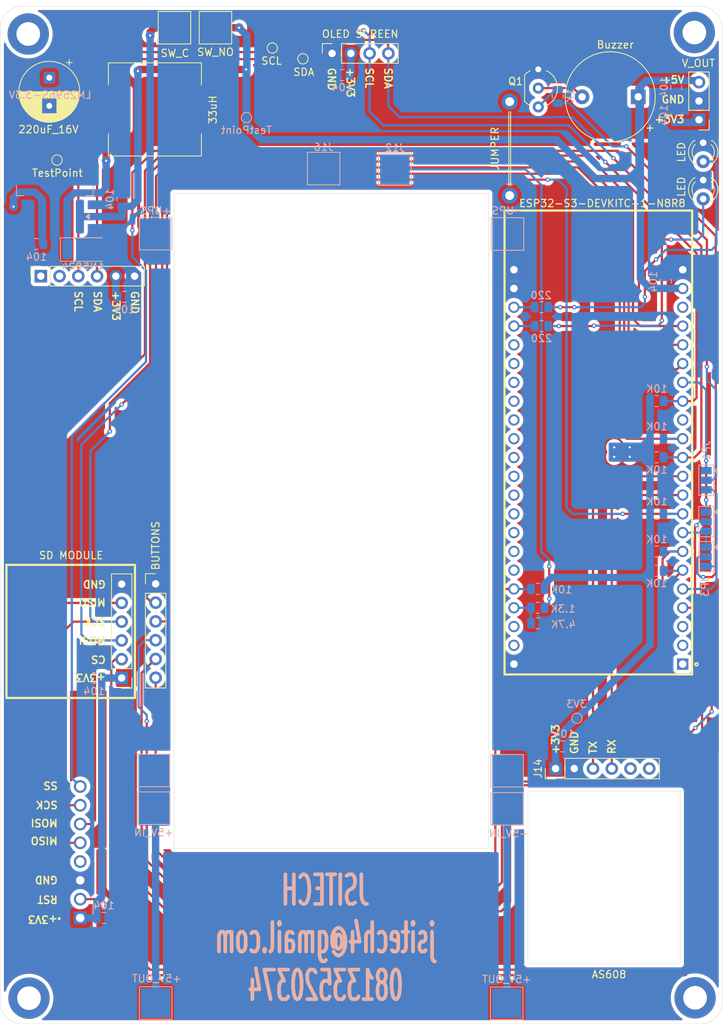
<source format=kicad_pcb>
(kicad_pcb (version 20241229) (generator "pcbnew") (generator_version "9.0")
  (layers (0 "F.Cu" signal) (2 "B.Cu" signal) (13 "F.Paste" user) (15 "B.Paste" user) (5 "F.SilkS" user "F.Silkscreen") (7 "B.SilkS" user "B.Silkscreen") (1 "F.Mask" user) (3 "B.Mask" user) (25 "Edge.Cuts" user))
  (net 0 "")
  (net 1 "GND")
  (net 2 "+3.3V")
  (net 3 "+5V")
  (net 4 "Net-(D1-A)")
  (net 5 "Net-(D2-K)")
  (net 6 "/SCL")
  (net 7 "/SDA")
  (net 8 "Net-(D3-A)")
  (net 10 "/TX")
  (net 11 "/RX")
  (net 12 "/SHARED_MOSI")
  (net 13 "/SD CARD CS")
  (net 14 "/SHARED_SCK")
  (net 15 "/SHARED_MISO")
  (net 16 "/BTN3")
  (net 17 "/BTN2")
  (net 18 "/BTN1")
  (net 19 "/BTN4")
  (net 20 "/BTN5")
  (net 21 "/CS3")
  (net 22 "/RC522 SS")
  (net 23 "/CS1")
  (net 24 "/CS2")
  (net 25 "/RC522 RST")
  (net 27 "Net-(J4-Pin_1)")
  (net 30 "Net-(U1-USB_D-{slash}GPIO19)")
  (net 31 "Net-(U1-USB_D+{slash}GPIO20)")
  (net 32 "Net-(U1-GPIO1)")
  (net 49 "Net-(J3-Pin_1)")
  (net 55 "Net-(J12-Pin_1)")
  (net 56 "Net-(J17-Pin_1)")
  (net 57 "Net-(BZ1--)")
  (net 58 "Net-(JP3-B)")
  (net 59 "Net-(Q1-B)")
  (footprint "MountingHole:MountingHole_3.2mm_M3_DIN965_Pad" (layer "F.Cu") (at 167.1025 161.7)
    (property "Reference" "REF**" (hide yes))
    (property "Value" "MountingHole_3.2mm_M3_DIN965_Pad" (hide yes))
  )
  (footprint "MountingHole:MountingHole_3.2mm_M3_DIN965_Pad" (layer "F.Cu") (at 167.0025 31.15)
    (property "Reference" "REF**" (hide yes))
    (property "Value" "MountingHole_3.2mm_M3_DIN965_Pad" (hide yes))
  )
  (footprint "Capacitor_THT:CP_Radial_D8.0mm_P3.80mm" (layer "F.Cu") (at 79.6525 37.2675 -90)
    (property "Reference" "C6" (hide yes))
    (property "Value" "220uF_16V")
  )
  (footprint "LED_THT:LED_D3.0mm" (layer "F.Cu") (at 168.2 51.11 -90)
    (property "Reference" "D3" (hide yes))
    (property "Value" "LED")
  )
  (footprint "Footprint:RC522 RFID" (layer "F.Cu") (at 111.6 142.45 90)
    (property "Reference" "U3" (hide yes))
    (property "Value" "RC522" (hide yes))
  )
  (footprint "MountingHole:MountingHole_3.2mm_M3_DIN965_Pad" (layer "F.Cu") (at 76.8025 31.35)
    (property "Reference" "REF**" (hide yes))
    (property "Value" "MountingHole_3.2mm_M3_DIN965_Pad" (hide yes))
  )
  (footprint "MountingHole:MountingHole_3.2mm_M3_DIN965_Pad" (layer "F.Cu") (at 76.9025 161.75)
    (property "Reference" "REF**" (hide yes))
    (property "Value" "MountingHole_3.2mm_M3_DIN965_Pad" (hide yes))
  )
  (footprint "TestPoint:TestPoint_Pad_D1.0mm" (layer "F.Cu") (at 114 34.7025)
    (property "Reference" "SDA1" (hide yes))
    (property "Value" "SDA")
  )
  (footprint "TestPoint:TestPoint_Pad_4.0x4.0mm" (layer "F.Cu") (at 102.1525 30.5)
    (property "Reference" "J18" (hide yes))
    (property "Value" "SW_NO")
  )
  (footprint "Connector_PinSocket_2.54mm:PinSocket_1x04_P2.54mm_Vertical" (layer "F.Cu") (at 117.95 33.975 90)
    (property "Reference" "J2" (hide yes))
    (property "Value" "OLED SCREEN")
  )
  (footprint "Package_TO_SOT_THT:TO-92_Inline_Wide" (layer "F.Cu") (at 145.87 36.13 -90)
    (property "Reference" "Q1")
    (property "Value" "2SC1815")
  )
  (footprint "Connector_PinSocket_2.54mm:PinSocket_1x06_P2.54mm_Vertical" (layer "F.Cu") (at 78.5 64.1 90)
    (property "Reference" "J1" (hide yes))
    (property "Value" "RTC")
  )
  (footprint "Connector_PinHeader_2.54mm:PinHeader_1x03_P2.54mm_Vertical" (layer "F.Cu") (at 167.63 42.95 180)
    (property "Reference" "J11" (hide yes))
    (property "Value" "V_OUT")
  )
  (footprint "LED_THT:LED_D3.0mm" (layer "F.Cu") (at 168.2 46.06 -90)
    (property "Reference" "D1" (hide yes))
    (property "Value" "LED")
  )
  (footprint "Connector_PinHeader_2.54mm:PinHeader_1x06_P2.54mm_Vertical" (layer "F.Cu") (at 148.2 130.7 90)
    (property "Reference" "J14")
    (property "Value" "AS608")
  )
  (footprint "Connector_PinHeader_2.54mm:PinHeader_1x06_P2.54mm_Vertical" (layer "F.Cu") (at 89.45 118.45 180)
    (property "Reference" "J15" (hide yes))
    (property "Value" "SD MODULE")
  )
  (footprint "TestPoint:TestPoint_Pad_D1.0mm" (layer "F.Cu") (at 109.8525 33.25)
    (property "Reference" "SCL1" (hide yes))
    (property "Value" "SCL")
  )
  (footprint "PCM_Jumper_AKL:Jumper_P12.70mm_D1.2mm" (layer "F.Cu") (at 142 53.2 90)
    (property "Reference" "REF**" (hide yes))
    (property "Value" "JUMPER")
  )
  (footprint "Inductor_SMD:L_12x12mm_H4.5mm" (layer "F.Cu") (at 93.95 41.55)
    (property "Reference" "L1" (hide yes))
    (property "Value" "33uH")
  )
  (footprint "TestPoint:TestPoint_Pad_D1.0mm" (layer "F.Cu") (at 80.7025 48.4)
    (property "Reference" "3.3V5" (hide yes))
    (property "Value" "TestPoint")
  )
  (footprint "Buzzer_Beeper:Buzzer_12x9.5RM7.6" (layer "F.Cu") (at 159.4025 39.85 180)
    (property "Reference" "BZ1" (hide yes))
    (property "Value" "Buzzer")
  )
  (footprint "Connector_PinHeader_2.54mm:PinHeader_1x06_P2.54mm_Vertical" (layer "F.Cu") (at 94.05 105.72)
    (property "Reference" "J13" (hide yes))
    (property "Value" "BUTTONS")
  )
  (footprint "TestPoint:TestPoint_Pad_4.0x4.0mm" (layer "F.Cu") (at 96.6025 30.5)
    (property "Reference" "J17" (hide yes))
    (property "Value" "SW_C")
  )
  (footprint "Footprint:ESP32-S3-DEVKITC" (layer "F.Cu") (at 154 86.6 180)
    (property "Reference" "U1" (hide yes))
    (property "Value" "ESP32-S3-DEVKITC-1-N8R8")
  )
  (footprint "Capacitor_SMD:C_0805_2012Metric" (layer "B.Cu") (at 163.15 64.8 90)
    (property "Reference" "C3" (hide yes))
    (property "Value" "104")
  )
  (footprint "Resistor_SMD:R_0805_2012Metric" (layer "B.Cu") (at 161.9125 103.95)
    (property "Reference" "R10" (hide yes))
    (property "Value" "10K")
  )
  (footprint "Resistor_SMD:R_0805_2012Metric" (layer "B.Cu") (at 161.9125 96.25)
    (property "Reference" "R8" (hide yes))
    (property "Value" "10K")
  )
  (footprint "TestPoint:TestPoint_Pad_D1.0mm" (layer "B.Cu") (at 151.1025 123.9 180)
    (property "Reference" "3.3V2" (hide yes))
    (property "Value" "3V3")
  )
  (footprint "Capacitor_SMD:C_0805_2012Metric" (layer "B.Cu") (at 89.55 53.7 90)
    (property "Reference" "C4" (hide yes))
    (property "Value" "104")
  )
  (footprint "Resistor_SMD:R_0805_2012Metric" (layer "B.Cu") (at 146.3 68.3 180)
    (property "Reference" "R3" (hide yes))
    (property "Value" "220")
  )
  (footprint "Capacitor_SMD:C_0805_2012Metric" (layer "B.Cu") (at 85.8 118.45 180)
    (property "Reference" "C11" (hide yes))
    (property "Value" "104")
  )
  (footprint "TestPoint:TestPoint_Pad_D1.0mm" (layer "B.Cu") (at 106.3525 42.65 180)
    (property "Reference" "5V1" (hide yes))
    (property "Value" "TestPoint")
  )
  (footprint "Capacitor_SMD:C_0805_2012Metric" (layer "B.Cu") (at 164.55 42.35 90)
    (property "Reference" "C5" (hide yes))
    (property "Value" "104")
  )
  (footprint "Capacitor_SMD:C_0805_2012Metric" (layer "B.Cu") (at 149.15 127.7)
    (property "Reference" "C10" (hide yes))
    (property "Value" "104")
  )
  (footprint "Capacitor_SMD:C_0805_2012Metric" (layer "B.Cu") (at 119.3 36.9 180)
    (property "Reference" "C1" (hide yes))
    (property "Value" "104")
  )
  (footprint "Capacitor_SMD:C_0805_2012Metric" (layer "B.Cu") (at 87.05 150.9)
    (property "Reference" "C9" (hide yes))
    (property "Value" "104")
  )
  (footprint "Resistor_SMD:R_0805_2012Metric" (layer "B.Cu") (at 146.3 70.85 180)
    (property "Reference" "R4" (hide yes))
    (property "Value" "220")
  )
  (footprint "TestPoint:TestPoint_Pad_4.0x4.0mm" (layer "B.Cu") (at 141.65 136.15 180)
    (property "Reference" "J6" (hide yes))
    (property "Value" "-5V_IN")
  )
  (footprint "Package_TO_SOT_SMD:TO-263-5_TabPin3" (layer "B.Cu") (at 80.4 48.4 90)
    (property "Reference" "U2" (hide yes))
    (property "Value" "LM2596S-3.3V")
  )
  (footprint "TestPoint:TestPoint_Pad_4.0x4.0mm" (layer "B.Cu") (at 141.6 162.45 180)
    (property "Reference" "J4" (hide yes))
    (property "Value" "+5V_OUT")
  )
  (footprint "TestPoint:TestPoint_Pad_4.0x4.0mm" (layer "B.Cu") (at 141.6525 131 180)
    (property "Reference" "J6" (hide yes))
    (property "Value" "-5V_IN")
  )
  (footprint "Capacitor_SMD:C_0805_2012Metric" (layer "B.Cu") (at 164.55 38.6 -90)
    (property "Reference" "C7" (hide yes))
    (property "Value" "104")
  )
  (footprint "Jumper:SolderJumper-3_P1.3mm_Open_Pad1.0x1.5mm" (layer "B.Cu") (at 168.6025 102.05 -90)
    (property "Reference" "JP3")
    (property "Value" "~")
  )
  (footprint "TestPoint:TestPoint_Pad_4.0x4.0mm" (layer "B.Cu") (at 93.8 136.06 180)
    (property "Reference" "J5" (hide yes))
    (property "Value" "+5V_IN")
  )
  (footprint "TestPoint:TestPoint_Pad_4.0x4.0mm" (layer "B.Cu") (at 116.8 49.55 180)
    (property "Reference" "J16")
    (property "Value" "-BATT")
  )
  (footprint "Jumper:SolderJumper-3_P1.3mm_Open_Pad1.0x1.5mm" (layer "B.Cu") (at 168.6 97.3 -90)
    (property "Reference" "JP2" (hide yes))
    (property "Value" "~")
  )
  (footprint "Capacitor_SMD:C_0805_2012Metric" (layer "B.Cu") (at 89.85 66.9)
    (property "Reference" "C2" (hide yes))
    (property "Value" "104")
  )
  (footprint "TestPoint:TestPoint_Pad_4.0x4.0mm" (layer "B.Cu") (at 141.7 58.4 180)
    (property "Reference" "J10" (hide yes))
    (property "Value" "-UPS")
  )
  (footprint "Resistor_SMD:R_0805_2012Metric" (layer "B.Cu") (at 148.5025 39.8 90)
    (property "Reference" "R12" (hide yes))
    (property "Value" "1K")
  )
  (footprint "TestPoint:TestPoint_Pad_4.0x4.0mm" (layer "B.Cu") (at 126.45 49.65 180)
    (property "Reference" "J12")
    (property "Value" "+BATT")
  )
  (footprint "Resistor_SMD:R_0805_2012Metric" (layer "B.Cu") (at 161.9125 81)
    (property "Reference" "R2" (hide yes))
    (property "Value" "10K")
  )
  (footprint "TestPoint:TestPoint_Pad_4.0x4.0mm" (layer "B.Cu") (at 93.76 130.95 180)
    (property "Reference" "J5" (hide yes))
    (property "Value" "+5V_IN")
  )
  (footprint "Resistor_SMD:R_0805_2012Metric" (layer "B.Cu") (at 161.9125 86.1)
    (property "Reference" "R7" (hide yes))
    (property "Value" "10K")
  )
  (footprint "Jumper:SolderJumper-3_P1.3mm_Open_Pad1.0x1.5mm" (layer "B.Cu") (at 168.6 91.7 -90)
    (property "Reference" "JP1")
    (property "Value" "~")
  )
  (footprint "Resistor_SMD:R_0805_2012Metric" (layer "B.Cu") (at 145.8 108.95 180)
    (property "Reference" "R5" (hide yes))
    (property "Value" "1.3K")
  )
  (footprint "TestPoint:TestPoint_Pad_4.0x4.0mm" (layer "B.Cu") (at 94.05 162.4 180)
    (property "Reference" "J3" (hide yes))
    (property "Value" "+5V_OUT")
  )
  (footprint "Resistor_SMD:R_0805_2012Metric" (layer "B.Cu") (at 161.9125 101.35)
    (property "Reference" "R9" (hide yes))
    (property "Value" "10K")
  )
  (footprint "Resistor_SMD:R_0805_2012Metric" (layer "B.Cu") (at 145.8 106.4 180)
    (property "Reference" "R11" (hide yes))
    (property "Value" "10K")
  )
  (footprint "TestPoint:TestPoint_Pad_4.0x4.0mm" (layer "B.Cu") (at 94.05 58.35 180)
    (property "Reference" "J9" (hide yes))
    (property "Value" "+UPS")
  )
  (footprint "Resistor_SMD:R_0805_2012Metric" (layer "B.Cu") (at 161.9125 88.6)
    (property "Reference" "R1" (hide yes))
    (property "Value" "10K")
  )
  (footprint "Diode_SMD:D_2010_5025Metric" (layer "B.Cu") (at 84.35 60.5)
    (property "Reference" "D2" (hide yes))
    (property "Value" "1N5824")
  )
  (footprint "Capacitor_SMD:C_0805_2012Metric" (layer "B.Cu") (at 77.9 59.75 180)
    (property "Reference" "C8" (hide yes))
    (property "Value" "104")
  )
  (footprint "Resistor_SMD:R_0805_2012Metric" (layer "B.Cu") (at 145.8 111.05)
    (property "Reference" "R6" (hide yes))
    (property "Value" "4.7K")
  )
  (gr_rect (start 73.85 103.15) (end 91.25 121.15) (stroke (width 0.3)) (fill no) (layer "F.SilkS"))
  (gr_line (start 73 162.23) (end 73 30.61) (stroke (width 0.05)) (layer "Edge.Cuts"))
  (gr_line (start 167.81 165.23) (end 76 165.23) (stroke (width 0.05)) (layer "Edge.Cuts"))
  (gr_arc (start 73 30.61) (mid 73.87868 28.48868) (end 76 27.61) (stroke (width 0.05)) (layer "Edge.Cuts"))
  (gr_rect (start 144.46 133.7675) (end 165.09 157.091875) (stroke (width 0.05)) (fill no) (layer "Edge.Cuts"))
  (gr_arc (start 167.81 27.61) (mid 169.93132 28.48868) (end 170.81 30.61) (stroke (width 0.05)) (layer "Edge.Cuts"))
  (gr_arc (start 170.81 162.23) (mid 169.93132 164.35132) (end 167.81 165.23) (stroke (width 0.05)) (layer "Edge.Cuts"))
  (gr_rect (start 96.55 52.9) (end 139.15 141.5) (stroke (width 0.05)) (fill no) (layer "Edge.Cuts"))
  (gr_arc (start 76 165.23) (mid 73.87868 164.35132) (end 73 162.23) (stroke (width 0.05)) (layer "Edge.Cuts"))
  (gr_line (start 170.81 30.61) (end 170.81 162.23) (stroke (width 0.05)) (layer "Edge.Cuts"))
  (gr_line (start 76 27.61) (end 167.81 27.61) (stroke (width 0.05)) (layer "Edge.Cuts"))
  (gr_text "GND" (at 87.4025 105.15 180) (layer "F.SilkS") (effects (font (size 1 1) (thickness 0.2) (bold yes)) (justify left bottom)))
  (gr_text "MOSI" (at 87.4025 112.75 180) (layer "F.SilkS") (effects (font (size 1 1) (thickness 0.2) (bold yes)) (justify left bottom)))
  (gr_text "RX" (at 156.4025 128.85 90) (layer "F.SilkS") (effects (font (size 1 1) (thickness 0.2) (bold yes)) (justify left bottom)))
  (gr_text "SDA" (at 85.6025 66 270) (layer "F.SilkS") (effects (font (size 1 1) (thickness 0.2) (bold yes)) (justify left bottom)))
  (gr_text "SCL" (at 83.0025 66 270) (layer "F.SilkS") (effects (font (size 1 1) (thickness 0.2) (bold yes)) (justify left bottom)))
  (gr_text "+3V3" (at 161.500119 43.475 0) (layer "F.SilkS") (effects (font (size 1 1) (thickness 0.2) (bold yes)) (justify left bottom)))
  (gr_text "MOSI" (at 80.9025 137.45 180) (layer "F.SilkS") (effects (font (size 1 1) (thickness 0.2) (bold yes)) (justify left bottom)))
  (gr_text "RST" (at 80.9025 147.8 180) (layer "F.SilkS") (effects (font (size 1 1) (thickness 0.2) (bold yes)) (justify left bottom)))
  (gr_text "SCK" (at 80.9025 135 180) (layer "F.SilkS") (effects (font (size 1 1) (thickness 0.2) (bold yes)) (justify left bottom)))
  (gr_text "+3V3" (at 80.9025 150.5 180) (layer "F.SilkS") (effects (font (size 1 1) (thickness 0.2) (bold yes)) (justify left bottom)))
  (gr_text "MISO" (at 80.9025 139.85 180) (layer "F.SilkS") (effects (font (size 1 1) (thickness 0.2) (bold yes)) (justify left bottom)))
  (gr_text "SDA" (at 124.9525 35.8 270) (layer "F.SilkS") (effects (font (size 1 1) (thickness 0.2) (bold yes)) (justify left bottom)))
  (gr_text "GND" (at 80.9025 145.15 180) (layer "F.SilkS") (effects (font (size 1 1) (thickness 0.2) (bold yes)) (justify left bottom)))
  (gr_text "+3V3" (at 148.8025 128.85 90) (layer "F.SilkS") (effects (font (size 1 1) (thickness 0.2) (bold yes)) (justify left bottom)))
  (gr_text "SCK" (at 87.4025 110.2 180) (layer "F.SilkS") (effects (font (size 1 1) (thickness 0.2) (bold yes)) (justify left bottom)))
  (gr_text "+3V3" (at 119.8525 35.8 270) (layer "F.SilkS") (effects (font (size 1 1) (thickness 0.2) (bold yes)) (justify left bottom)))
  (gr_text "+5V" (at 162.4525 38.125 0) (layer "F.SilkS") (effects (font (size 1 1) (thickness 0.2) (bold yes)) (justify left bottom)))
  (gr_text "+3V3" (at 87.4025 117.8 180) (layer "F.SilkS") (effects (font (size 1 1) (thickness 0.2) (bold yes)) (justify left bottom)))
  (gr_text "CS" (at 87.4025 115.35 180) (layer "F.SilkS") (effects (font (size 1 1) (thickness 0.2) (bold yes)) (justify left bottom)))
  (gr_text "SS" (at 80.9025 132.4 180) (layer "F.SilkS") (effects (font (size 1 1) (thickness 0.2) (bold yes)) (justify left bottom)))
  (gr_text "GND" (at 117.3025 35.8 270) (layer "F.SilkS") (effects (font (size 1 1) (thickness 0.2) (bold yes)) (justify left bottom)))
  (gr_text "SCL" (at 122.4025 35.8 270) (layer "F.SilkS") (effects (font (size 1 1) (thickness 0.2) (bold yes)) (justify left bottom)))
  (gr_text "+3V3" (at 88.1025 66 270) (layer "F.SilkS") (effects (font (size 1 1) (thickness 0.2) (bold yes)) (justify left bottom)))
  (gr_text "GND" (at 162.4525 40.8 0) (layer "F.SilkS") (effects (font (size 1 1) (thickness 0.2) (bold yes)) (justify left bottom)))
  (gr_text "MISO" (at 87.4025 107.6 180) (layer "F.SilkS") (effects (font (size 1 1) (thickness 0.2) (bold yes)) (justify left bottom)))
  (gr_text "TX" (at 153.869167 128.85 90) (layer "F.SilkS") (effects (font (size 1 1) (thickness 0.2) (bold yes)) (justify left bottom)))
  (gr_text "GND" (at 151.335833 128.85 90) (layer "F.SilkS") (effects (font (size 1 1) (thickness 0.2) (bold yes)) (justify left bottom)))
  (gr_text "GND" (at 90.6525 66 270) (layer "F.SilkS") (effects (font (size 1 1) (thickness 0.2) (bold yes)) (justify left bottom)))
  (gr_text "JSITECH\njsitech4@gmail.com\n08133520374" (at 117.0525 162.4 0) (layer "B.SilkS") (effects (font (size 4 2) (thickness 0.5) (bold yes)) (justify bottom mirror)))
  (segment (start 91.2 63.5475) (end 91.2 64.1) (width 1) (layer "B.Cu") (net 1))
  (segment (start 88.1525 60.5) (end 91.2 63.5475) (width 1) (layer "B.Cu") (net 1))
  (segment (start 86.6 60.5) (end 88.1525 60.5) (width 1) (layer "B.Cu") (net 1))
  (segment (start 87.6 67.2) (end 88.66 66.14) (width 1) (layer "F.Cu") (net 2))
  (segment (start 74.8 65.6) (end 76.4 67.2) (width 1) (layer "F.Cu") (net 2))
  (segment (start 76.4 67.2) (end 87.6 67.2) (width 1) (layer "F.Cu") (net 2))
  (segment (start 88.66 66.14) (end 88.66 64.1) (width 1) (layer "F.Cu") (net 2))
  (segment (start 98.9 41.55) (end 98.1 42.35) (width 1) (layer "F.Cu") (net 2))
  (segment (start 74.8 54.7) (end 74.8 65.6) (width 1) (layer "F.Cu") (net 2))
  (via (at 158.25 87.25) (size 1.2) (drill 0.3) (layers "F.Cu" "B.Cu") (net 2))
  (via (at 156.15 88.55) (size 1.2) (drill 0.3) (layers "F.Cu" "B.Cu") (net 2))
  (via (at 158.25 88.55) (size 1.2) (drill 0.3) (layers "F.Cu" "B.Cu") (net 2))
  (via (at 74.8 54.7) (size 1.2) (drill 0.3) (layers "F.Cu" "B.Cu") (net 2))
  (via (at 156.15 87.25) (size 1.2) (drill 0.3) (layers "F.Cu" "B.Cu") (net 2))
  (segment (start 161 86.1) (end 161 88.6) (width 1) (layer "B.Cu") (net 2))
  (segment (start 158.3 88.6) (end 158.25 88.55) (width 1) (layer "B.Cu") (net 2))
  (segment (start 167.28 43.3) (end 167.63 42.95) (width 1) (layer "B.Cu") (net 2))
  (segment (start 148.2 127.7) (end 148.2 126.7525) (width 1) (layer "B.Cu") (net 2))
  (segment (start 161 96.25) (end 161 101.35) (width 1) (layer "B.Cu") (net 2))
  (segment (start 120.49 33.975) (end 120.49 36.66) (width 1) (layer "B.Cu") (net 2))
  (segment (start 75.6 52.75) (end 74.8 53.55) (width 1) (layer "B.Cu") (net 2))
  (segment (start 158.25 88.55) (end 156.15 88.55) (width 1) (layer "B.Cu") (net 2))
  (segment (start 161 88.6) (end 158.3 88.6) (width 1) (layer "B.Cu") (net 2))
  (segment (start 161 105.7) (end 161 103.95) (width 1) (layer "B.Cu") (net 2))
  (segment (start 78.7 53.75) (end 77.7 52.75) (width 1) (layer "B.Cu") (net 2))
  (segment (start 147.65 104.85) (end 159.25 104.85) (width 1) (layer "B.Cu") (net 2))
  (segment (start 160.1 104.85) (end 161 103.95) (width 1) (layer "B.Cu") (net 2))
  (segment (start 86.1 148.7) (end 86.75 148.05) (width 1) (layer "B.Cu") (net 2))
  (segment (start 161 104.45) (end 161 103.9) (width 1) (layer "B.Cu") (net 2))
  (segment (start 161 81) (end 161 86.1) (width 1) (layer "B.Cu") (net 2))
  (segment (start 120.49 36.66) (end 120.25 36.9) (width 1) (layer "B.Cu") (net 2))
  (segment (start 86.75 118.45) (end 89.45 118.45) (width 1) (layer "B.Cu") (net 2))
  (segment (start 86.75 148.05) (end 86.75 118.45) (width 1) (layer "B.Cu") (net 2))
  (segment (start 159.25 104.85) (end 160.15 104.85) (width 1) (layer "B.Cu") (net 2))
  (segment (start 78.7 56.05) (end 78.7 53.75) (width 1) (layer "B.Cu") (net 2))
  (segment (start 156.15 87.25) (end 156.15 88.55) (width 1) (layer "B.Cu") (net 2))
  (segment (start 161 81) (end 161 80.4) (width 1) (layer "B.Cu") (net 2))
  (segment (start 146.7125 105.7875) (end 147.65 104.85) (width 1) (layer "B.Cu") (net 2))
  (segment (start 161 88.6) (end 161 96.25) (width 1) (layer "B.Cu") (net 2))
  (segment (start 148.2 126.7525) (end 161 113.9525) (width 1) (layer "B.Cu") (net 2))
  (segment (start 158.25 87.25) (end 158.25 88.55) (width 1) (layer "B.Cu") (net 2))
  (segment (start 161 101.35) (end 161 103.9) (width 1) (layer "B.Cu") (net 2))
  (segment (start 88.66 64.1) (end 88.66 66.66) (width 1) (layer "B.Cu") (net 2))
  (segment (start 146.7125 106.4) (end 146.7125 105.7875) (width 1) (layer "B.Cu") (net 2))
  (segment (start 148.2 130.7) (end 148.2 127.7) (width 1) (layer "B.Cu") (net 2))
  (segment (start 74.8 53.55) (end 74.8 54.7) (width 1) (layer "B.Cu") (net 2))
  (segment (start 159.25 104.85) (end 160.1 104.85) (width 1) (layer "B.Cu") (net 2))
  (segment (start 164.55 43.3) (end 167.28 43.3) (width 1) (layer "B.Cu") (net 2))
  (segment (start 161 103.9) (end 161 103.85) (width 1) (layer "B.Cu") (net 2))
  (segment (start 78.7 56.05) (end 78.7 59.6) (width 1) (layer "B.Cu") (net 2))
  (segment (start 86.1 150.9) (end 83.84 150.9) (width 1) (layer "B.Cu") (net 2))
  (segment (start 86.1 150.9) (end 86.1 148.7) (width 1) (layer "B.Cu") (net 2))
  (segment (start 77.7 52.75) (end 75.6 52.75) (width 1) (layer "B.Cu") (net 2))
  (segment (start 160.15 104.85) (end 161 105.7) (width 1) (layer "B.Cu") (net 2))
  (segment (start 161 113.9525) (end 161 105.7) (width 1) (layer "B.Cu") (net 2))
  (segment (start 160.6 104.85) (end 161 104.45) (width 1) (layer "B.Cu") (net 2))
  (segment (start 88.66 66.66) (end 88.9 66.9) (width 1) (layer "B.Cu") (net 2))
  (segment (start 78.7 59.6) (end 78.85 59.75) (width 1) (layer "B.Cu") (net 2))
  (segment (start 159.25 104.85) (end 160.6 104.85) (width 1) (layer "B.Cu") (net 2))
  (segment (start 105.35 30.5) (end 102.1525 30.5) (width 1) (layer "F.Cu") (net 3))
  (segment (start 91.8525 36.15) (end 106.3 36.15) (width 1) (layer "F.Cu") (net 3))
  (segment (start 91.6525 36.35) (end 91.8525 36.15) (width 1) (layer "F.Cu") (net 3))
  (via (at 91.6525 36.35) (size 1.2) (drill 0.3) (layers "F.Cu" "B.Cu") (net 3))
  (via (at 106.3 36.15) (size 1.2) (drill 0.3) (layers "F.Cu" "B.Cu") (net 3))
  (via (at 105.35 30.5) (size 1.2) (drill 0.3) (layers "F.Cu" "B.Cu") (net 3))
  (segment (start 159.5 50.8) (end 159.5 49.6) (width 1) (layer "B.Cu") (net 3))
  (segment (start 163.15 65.75) (end 161 65.75) (width 1) (layer "B.Cu") (net 3))
  (segment (start 157.15 50.9) (end 158.2 50.9) (width 1) (layer "B.Cu") (net 3))
  (segment (start 148.35 45.65) (end 153.6 50.9) (width 1) (layer "B.Cu") (net 3))
  (segment (start 159.7 53.95) (end 159.7 52) (width 1) (layer "B.Cu") (net 3))
  (segment (start 153.6 50.9) (end 157.15 50.9) (width 1) (layer "B.Cu") (net 3))
  (segment (start 159.6 50.9) (end 159.5 50.8) (width 1) (layer "B.Cu") (net 3))
  (segment (start 160.5 37.65) (end 162.45 37.65) (width 1) (layer "B.Cu") (net 3))
  (segment (start 91.6525 40.3475) (end 91.65 40.35) (width 1) (layer "B.Cu") (net 3))
  (segment (start 159.7 64.45) (end 159.7 58.082538) (width 1) (layer "B.Cu") (net 3))
  (segment (start 164.55 37.65) (end 167.41 37.65) (width 1) (layer "B.Cu") (net 3))
  (segment (start 159.7 52) (end 159.7 51) (width 1) (layer "B.Cu") (net 3))
  (segment (start 90.81375 54.65) (end 89.55 54.65) (width 1) (layer "B.Cu") (net 3))
  (segment (start 158.6 50.9) (end 159.7 52) (width 1) (layer "B.Cu") (net 3))
  (segment (start 105.35 30.5) (end 106.4 31.55) (width 1) (layer "B.Cu") (net 3))
  (segment (start 91.6525 36.35) (end 91.6525 40.3475) (width 1) (layer "B.Cu") (net 3))
  (segment (start 91.65 53.81375) (end 90.81375 54.65) (width 1) (layer "B.Cu") (net 3))
  (segment (start 106.4 43.65) (end 108.4 45.65) (width 1) (layer "B.Cu") (net 3))
  (segment (start 106.3 43.55) (end 106.4 43.65) (width 1) (layer "B.Cu") (net 3))
  (segment (start 89.55 54.65) (end 89.55 56.05) (width 1) (layer "B.Cu") (net 3))
  (segment (start 161 65.75) (end 159.7 64.45) (width 1) (layer "B.Cu") (net 3))
  (segment (start 91.65 40.35) (end 91.65 53.81375) (width 1) (layer "B.Cu") (net 3))
  (segment (start 106.3 36.15) (end 106.4 36.05) (width 1) (layer "B.Cu") (net 3))
  (segment (start 163.15 65.75) (end 165.41 65.75) (width 1) (layer "B.Cu") (net 3))
  (segment (start 159.5 38.65) (end 160.5 37.65) (width 1) (layer "B.Cu") (net 3))
  (segment (start 108.4 45.65) (end 148.35 45.65) (width 1) (layer "B.Cu") (net 3))
  (segment (start 157.15 50.9) (end 159.6 50.9) (width 1) (layer "B.Cu") (net 3))
  (segment (start 106.3 36.15) (end 106.3 43.55) (width 1) (layer "B.Cu") (net 3))
  (segment (start 159.7 38.45) (end 160.5 37.65) (width 1) (layer "B.Cu") (net 3))
  (segment (start 157.15 50.9) (end 158.6 50.9) (width 1) (layer "B.Cu") (net 3))
  (segment (start 106.4 31.55) (end 106.4 43.65) (width 1) (layer "B.Cu") (net 3))
  (segment (start 159.7 51) (end 159.6 50.9) (width 1) (layer "B.Cu") (net 3))
  (segment (start 87.6 56.05) (end 83.8 56.05) (width 1) (layer "B.Cu") (net 3))
  (segment (start 167.41 37.65) (end 167.63 37.87) (width 1) (layer "B.Cu") (net 3))
  (segment (start 158.2 50.9) (end 159.5 49.6) (width 1) (layer "B.Cu") (net 3))
  (segment (start 159.7 58.082538) (end 159.7 53.95) (width 1) (layer "B.Cu") (net 3))
  (segment (start 159.7 53.95) (end 159.7 38.45) (width 1) (layer "B.Cu") (net 3))
  (segment (start 159.5 49.6) (end 159.5 38.65) (width 1) (layer "B.Cu") (net 3))
  (segment (start 89.55 56.05) (end 87.6 56.05) (width 1) (layer "B.Cu") (net 3))
  (segment (start 106.4 36.05) (end 106.4 31.55) (width 1) (layer "B.Cu") (net 3))
  (segment (start 162.45 37.65) (end 164.55 37.65) (width 1) (layer "B.Cu") (net 3))
  (segment (start 165.41 65.75) (end 165.43 65.77) (width 1) (layer "B.Cu") (net 3))
  (segment (start 161.80724 61.854893) (end 160.95 62.712133) (width 0.3) (layer "F.Cu") (net 4))
  (segment (start 160.95 62.75) (end 160.3 63.4) (width 0.3) (layer "F.Cu") (net 4))
  (segment (start 160.95 62.712133) (end 160.95 62.75) (width 0.3) (layer "F.Cu") (net 4))
  (segment (start 160.3 63.4) (end 160.3 66.9) (width 0.3) (layer "F.Cu") (net 4))
  (segment (start 150.75 68.3) (end 148.85 68.3) (width 0.3) (layer "F.Cu") (net 4))
  (via (at 161.80724 61.854893) (size 0.6) (drill 0.3) (layers "F.Cu" "B.Cu") (net 4))
  (via (at 150.75 68.3) (size 0.6) (drill 0.3) (layers "F.Cu" "B.Cu") (net 4))
  (via (at 148.85 68.3) (size 0.6) (drill 0.3) (layers "F.Cu" "B.Cu") (net 4))
  (via (at 160.3 66.9) (size 0.6) (drill 0.3) (layers "F.Cu" "B.Cu") (net 4))
  (segment (start 169.699 48.6) (end 168.2 48.6) (width 0.3) (layer "B.Cu") (net 4))
  (segment (start 160.3 67.75) (end 160.3 66.9) (width 0.3) (layer "B.Cu") (net 4))
  (segment (start 159.75 68.3) (end 160.3 67.75) (width 0.3) (layer "B.Cu") (net 4))
  (segment (start 161.820107 61.854893) (end 163.125 60.55) (width 0.3) (layer "B.Cu") (net 4))
  (segment (start 150.75 68.3) (end 159.75 68.3) (width 0.3) (layer "B.Cu") (net 4))
  (segment (start 148.85 68.3) (end 147.2125 68.3) (width 0.3) (layer "B.Cu") (net 4))
  (segment (start 163.125 60.55) (end 169.35 60.55) (width 0.3) (layer "B.Cu") (net 4))
  (segment (start 169.35 60.55) (end 169.999 59.901) (width 0.3) (layer "B.Cu") (net 4))
  (segment (start 161.80724 61.854893) (end 161.820107 61.854893) (width 0.3) (layer "B.Cu") (net 4))
  (segment (start 169.999 48.9) (end 169.699 48.6) (width 0.3) (layer "B.Cu") (net 4))
  (segment (start 169.999 59.901) (end 169.999 48.9) (width 0.3) (layer "B.Cu") (net 4))
  (segment (start 87.3525 46.02625) (end 89 44.37875) (width 1) (layer "F.Cu") (net 5))
  (segment (start 87.3525 48.5025) (end 87.3525 46.02625) (width 1) (layer "F.Cu") (net 5))
  (segment (start 89 44.37875) (end 89 41.55) (width 1) (layer "F.Cu") (net 5))
  (via (at 87.3525 48.5025) (size 1.2) (drill 0.3) (layers "F.Cu" "B.Cu") (net 5))
  (segment (start 87.3525 48.5025) (end 87.3525 52.1975) (width 1) (layer "B.Cu") (net 5))
  (segment (start 86.701 52.849) (end 83.016312 52.849) (width 1) (layer "B.Cu") (net 5))
  (segment (start 83.016312 52.849) (end 82.1 53.765312) (width 1) (layer "B.Cu") (net 5))
  (segment (start 82.1 56.05) (end 82.1 60.5) (width 1) (layer "B.Cu") (net 5))
  (segment (start 87.3525 52.1975) (end 86.701 52.849) (width 1) (layer "B.Cu") (net 5))
  (segment (start 82.1 53.765312) (end 82.1 56.05) (width 1) (layer "B.Cu") (net 5))
  (segment (start 109.314375 33.8) (end 112.264375 30.85) (width 0.3) (layer "F.Cu") (net 6))
  (segment (start 112.264375 30.85) (end 122.2 30.85) (width 0.3) (layer "F.Cu") (net 6))
  (segment (start 123.05 33.995) (end 123.03 33.975) (width 0.3) (layer "F.Cu") (net 6))
  (segment (start 166.84 81.01) (end 165.43 81.01) (width 0.3) (layer "F.Cu") (net 6))
  (segment (start 85.0525 33.8) (end 109.314375 33.8) (width 0.3) (layer "F.Cu") (net 6))
  (segment (start 83.58 64.1) (end 83.58 35.2725) (width 0.3) (layer "F.Cu") (net 6))
  (segment (start 167.3 80.55) (end 166.84 81.01) (width 0.3) (layer "F.Cu") (net 6))
  (segment (start 83.58 35.2725) (end 85.0525 33.8) (width 0.3) (layer "F.Cu") (net 6))
  (segment (start 154.95 48.65) (end 167.3 61) (width 0.3) (layer "F.Cu") (net 6))
  (segment (start 167.3 61) (end 167.3 80.55) (width 0.3) (layer "F.Cu") (net 6))
  (via (at 122.2 30.85) (size 0.6) (drill 0.3) (layers "F.Cu" "B.Cu") (net 6))
  (via (at 154.95 48.65) (size 0.6) (drill 0.3) (layers "F.Cu" "B.Cu") (net 6))
  (segment (start 154.95 48.65) (end 150 43.7) (width 0.3) (layer "B.Cu") (net 6))
  (segment (start 123.03 31.68) (end 123.03 33.975) (width 0.3) (layer "B.Cu") (net 6))
  (segment (start 122.2 30.85) (end 123.03 31.68) (width 0.3) (layer "B.Cu") (net 6))
  (segment (start 165.42 81) (end 165.43 81.01) (width 0.3) (layer "B.Cu") (net 6))
  (segment (start 150 43.7) (end 124.9 43.7) (width 0.3) (layer "B.Cu") (net 6))
  (segment (start 124.9 43.7) (end 123.03 41.83) (width 0.3) (layer "B.Cu") (net 6))
  (segment (start 162.825 81) (end 165.42 81) (width 0.3) (layer "B.Cu") (net 6))
  (segment (start 123.03 41.83) (end 123.03 33.975) (width 0.3) (layer "B.Cu") (net 6))
  (segment (start 125.5525 32.8) (end 125.5525 33.2025) (width 0.3) (layer "F.Cu") (net 7))
  (segment (start 86.12 64.1) (end 86.12 35.9325) (width 0.3) (layer "F.Cu") (net 7))
  (segment (start 125.5525 33.2025) (end 125.57 33.22) (width 0.3) (layer "F.Cu") (net 7))
  (segment (start 167.02 88.63) (end 165.43 88.63) (width 0.3) (layer "F.Cu") (net 7))
  (segment (start 156.05 48.15) (end 167.949 60.049) (width 0.3) (layer "F.Cu") (net 7))
  (segment (start 86.12 35.9325) (end 87.3025 34.75) (width 0.3) (layer "F.Cu") (net 7))
  (segment (start 125.57 33.22) (end 125.57 33.975) (width 0.3) (layer "F.Cu") (net 7))
  (segment (start 167.949 87.701) (end 167.02 88.63) (width 0.3) (layer "F.Cu") (net 7))
  (segment (start 87.3025 34.75) (end 114 34.75) (width 0.3) (layer "F.Cu") (net 7))
  (segment (start 167.949 60.049) (end 167.949 87.701) (width 0.3) (layer "F.Cu") (net 7))
  (segment (start 124.9025 32.15) (end 125.5525 32.8) (width 0.3) (layer "F.Cu") (net 7))
  (segment (start 114 34.75) (end 116.6 32.15) (width 0.3) (layer "F.Cu") (net 7))
  (segment (start 116.6 32.15) (end 124.9025 32.15) (width 0.3) (layer "F.Cu") (net 7))
  (via (at 156.05 48.15) (size 0.6) (drill 0.3) (layers "F.Cu" "B.Cu") (net 7))
  (segment (start 162.825 88.6) (end 165.4 88.6) (width 0.3) (layer "B.Cu") (net 7))
  (segment (start 165.4 88.6) (end 165.43 88.63) (width 0.3) (layer "B.Cu") (net 7))
  (segment (start 125.57 41.07) (end 125.57 33.975) (width 0.3) (layer "B.Cu") (net 7))
  (segment (start 150.5 42.6) (end 127.1 42.6) (width 0.3) (layer "B.Cu") (net 7))
  (segment (start 127.1 42.6) (end 125.57 41.07) (width 0.3) (layer "B.Cu") (net 7))
  (segment (start 156.05 48.15) (end 150.5 42.6) (width 0.3) (layer "B.Cu") (net 7))
  (segment (start 162.6 59.425) (end 162.6 70.1) (width 0.3) (layer "F.Cu") (net 8))
  (segment (start 153.4 70.8) (end 153.35 70.85) (width 0.3) (layer "F.Cu") (net 8))
  (segment (start 163.85 59.15) (end 162.875 59.15) (width 0.3) (layer "F.Cu") (net 8))
  (segment (start 153.35 70.85) (end 148.65 70.85) (width 0.3) (layer "F.Cu") (net 8))
  (segment (start 162.875 59.15) (end 162.6 59.425) (width 0.3) (layer "F.Cu") (net 8))
  (via (at 153.4 70.8) (size 0.6) (drill 0.3) (layers "F.Cu" "B.Cu") (net 8))
  (via (at 162.6 70.1) (size 0.6) (drill 0.3) (layers "F.Cu" "B.Cu") (net 8))
  (via (at 163.85 59.15) (size 0.6) (drill 0.3) (layers "F.Cu" "B.Cu") (net 8))
  (via (at 148.65 70.85) (size 0.6) (drill 0.3) (layers "F.Cu" "B.Cu") (net 8))
  (segment (start 162.6 70.3) (end 162.1 70.8) (width 0.3) (layer "B.Cu") (net 8))
  (segment (start 162.1 70.8) (end 153.4 70.8) (width 0.3) (layer "B.Cu") (net 8))
  (segment (start 168.2 53.65) (end 168.2 58.45) (width 0.3) (layer "B.Cu") (net 8))
  (segment (start 148.65 70.85) (end 147.2125 70.85) (width 0.3) (layer "B.Cu") (net 8))
  (segment (start 167.5 59.15) (end 163.85 59.15) (width 0.3) (layer "B.Cu") (net 8))
  (segment (start 168.2 58.45) (end 167.5 59.15) (width 0.3) (layer "B.Cu") (net 8))
  (segment (start 162.6 70.1) (end 162.6 70.3) (width 0.3) (layer "B.Cu") (net 8))
  (segment (start 157.24 93.71) (end 155.82 95.13) (width 0.3) (layer "F.Cu") (net 10))
  (segment (start 165.43 93.71) (end 157.24 93.71) (width 0.3) (layer "F.Cu") (net 10))
  (segment (start 155.82 95.13) (end 155.82 130.7) (width 0.3) (layer "F.Cu") (net 10))
  (segment (start 153.28 130.7) (end 153.28 92.57) (width 0.3) (layer "F.Cu") (net 11))
  (segment (start 153.28 92.57) (end 154.68 91.17) (width 0.3) (layer "F.Cu") (net 11))
  (segment (start 154.68 91.17) (end 165.43 91.17) (width 0.3) (layer "F.Cu") (net 11))
  (segment (start 164.665 76.695) (end 158.215 76.695) (width 0.3) (layer "F.Cu") (net 12))
  (segment (start 83.84 138.2) (end 85.3 138.2) (width 0.3) (layer "F.Cu") (net 12))
  (segment (start 85.85 114.25) (end 86.73 113.37) (width 0.3) (layer "F.Cu") (net 12))
  (segment (start 85.3 138.2) (end 85.85 137.65) (width 0.3) (layer "F.Cu") (net 12))
  (segment (start 157.5 75.98) (end 157.5 55.65) (width 0.3) (layer "F.Cu") (net 12))
  (segment (start 86.73 113.37) (end 89.45 113.37) (width 0.3) (layer "F.Cu") (net 12))
  (segment (start 85.85 137.65) (end 85.85 114.25) (width 0.3) (layer "F.Cu") (net 12))
  (segment (start 158.215 76.695) (end 157.5 75.98) (width 0.3) (layer "F.Cu") (net 12))
  (segment (start 165.43 75.93) (end 164.665 76.695) (width 0.3) (layer "F.Cu") (net 12))
  (segment (start 157.5 55.65) (end 151.25 49.4) (width 0.3) (layer "F.Cu") (net 12))
  (segment (start 151.25 49.4) (end 95.3 49.4) (width 0.3) (layer "F.Cu") (net 12))
  (segment (start 94.1 76.8) (end 89.45 81.45) (width 0.3) (layer "F.Cu") (net 12))
  (segment (start 95.3 49.4) (end 94.1 50.6) (width 0.3) (layer "F.Cu") (net 12))
  (segment (start 94.1 50.6) (end 94.1 76.8) (width 0.3) (layer "F.Cu") (net 12))
  (via (at 89.45 81.45) (size 0.6) (drill 0.3) (layers "F.Cu" "B.Cu") (net 12))
  (segment (start 84 86.9) (end 84 112.55) (width 0.3) (layer "B.Cu") (net 12))
  (segment (start 84 112.55) (end 84.82 113.37) (width 0.3) (layer "B.Cu") (net 12))
  (segment (start 84.82 113.37) (end 89.45 113.37) (width 0.3) (layer "B.Cu") (net 12))
  (segment (start 89.45 81.45) (end 84 86.9) (width 0.3) (layer "B.Cu") (net 12))
  (segment (start 89.45 115.91) (end 88.57 115.91) (width 0.3) (layer "F.Cu") (net 13))
  (segment (start 169.35 109.75) (end 167.1025 107.5025) (width 0.3) (layer "F.Cu") (net 13))
  (segment (start 169.35 123) (end 169.35 109.75) (width 0.3) (layer "F.Cu") (net 13))
  (segment (start 167.1025 107.5025) (end 167.1025 97.972) (width 0.3) (layer "F.Cu") (net 13))
  (segment (start 166.55 156.75125) (end 166.55 125.8) (width 0.3) (layer "F.Cu") (net 13))
  (segment (start 90.525 149.125) (end 90.525 155.125) (width 0.3) (layer "F.Cu") (net 13))
  (segment (start 165.40125 157.9) (end 166.55 156.75125) (width 0.3) (layer "F.Cu") (net 13))
  (segment (start 166.55 125.8) (end 167.15 125.2) (width 0.3) (layer "F.Cu") (net 13))
  (segment (start 88.57 115.91) (end 88.049 116.431) (width 0.3) (layer "F.Cu") (net 13))
  (segment (start 93.3 157.9) (end 165.40125 157.9) (width 0.3) (layer "F.Cu") (net 13))
  (segment (start 90.525 155.125) (end 93.3 157.9) (width 0.3) (layer "F.Cu") (net 13))
  (segment (start 167.1025 97.972) (end 167.2745 97.8) (width 0.3) (layer "F.Cu") (net 13))
  (segment (start 88.049 116.431) (end 88.049 146.649) (width 0.3) (layer "F.Cu") (net 13))
  (segment (start 88.049 146.649) (end 90.525 149.125) (width 0.3) (layer "F.Cu") (net 13))
  (via (at 167.2745 97.8) (size 0.6) (drill 0.3) (layers "F.Cu" "B.Cu") (net 13))
  (via (at 169.35 123) (size 0.6) (drill 0.3) (layers "F.Cu" "B.Cu") (net 13))
  (via (at 167.15 125.2) (size 0.6) (drill 0.3) (layers "F.Cu" "B.Cu") (net 13))
  (segment (start 168.6 97.3) (end 167.7745 97.3) (width 0.3) (layer "B.Cu") (net 13))
  (segment (start 169.35 123) (end 167.15 125.2) (width 0.3) (layer "B.Cu") (net 13))
  (segment (start 167.7745 97.3) (end 167.2745 97.8) (width 0.3) (layer "B.Cu") (net 13))
  (segment (start 82.92 110.83) (end 89.45 110.83) (width 0.3) (layer "F.Cu") (net 14))
  (segment (start 158.1 54.9) (end 158.1 73.25) (width 0.3) (layer "F.Cu") (net 14))
  (segment (start 87.85 81.3) (end 93.3 75.85) (width 0.3) (layer "F.Cu") (net 14))
  (segment (start 81.8 135.05) (end 81.8 111.95) (width 0.3) (layer "F.Cu") (net 14))
  (segment (start 158.1 73.25) (end 158.24 73.39) (width 0.3) (layer "F.Cu") (net 14))
  (segment (start 151.8 48.6) (end 158.1 54.9) (width 0.3) (layer "F.Cu") (net 14))
  (segment (start 93.3 50.2) (end 94.9 48.6) (width 0.3) (layer "F.Cu") (net 14))
  (segment (start 158.24 73.39) (end 165.43 73.39) (width 0.3) (layer "F.Cu") (net 14))
  (segment (start 83.84 135.66) (end 82.41 135.66) (width 0.3) (layer "F.Cu") (net 14))
  (segment (start 94.9 48.6) (end 151.8 48.6) (width 0.3) (layer "F.Cu") (net 14))
  (segment (start 81.8 111.95) (end 82.92 110.83) (width 0.3) (layer "F.Cu") (net 14))
  (segment (start 82.41 135.66) (end 81.8 135.05) (width 0.3) (layer "F.Cu") (net 14))
  (segment (start 93.3 75.85) (end 93.3 50.2) (width 0.3) (layer "F.Cu") (net 14))
  (segment (start 87.85 85.1) (end 87.85 81.3) (width 0.3) (layer "F.Cu") (net 14))
  (via (at 87.85 85.1) (size 0.6) (drill 0.3) (layers "F.Cu" "B.Cu") (net 14))
  (segment (start 85.2 87.75) (end 85.2 110.35) (width 0.3) (layer "B.Cu") (net 14))
  (segment (start 85.68 110.83) (end 89.45 110.83) (width 0.3) (layer "B.Cu") (net 14))
  (segment (start 87.85 85.1) (end 85.2 87.75) (width 0.3) (layer "B.Cu") (net 14))
  (segment (start 85.2 110.35) (end 85.68 110.83) (width 0.3) (layer "B.Cu") (net 14))
  (segment (start 81.7 108.29) (end 80.85 108.29) (width 0.3) (layer "F.Cu") (net 15))
  (segment (start 92.601 49.849) (end 94.65 47.8) (width 0.3) (layer "F.Cu") (net 15))
  (segment (start 81.7 108.29) (end 81.51 108.29) (width 0.3) (layer "F.Cu") (net 15))
  (segment (start 80.25 109.55) (end 80.25 139.55) (width 0.3) (layer "F.Cu") (net 15))
  (segment (start 81.44 140.74) (end 83.84 140.74) (width 0.3) (layer "F.Cu") (net 15))
  (segment (start 80.26 108.29) (end 89.45 108.29) (width 0.3) (layer "F.Cu") (net 15))
  (segment (start 80.25 109.55) (end 80.25 108.65) (width 0.3) (layer "F.Cu") (net 15))
  (segment (start 80.25 108.3) (end 80.26 108.29) (width 0.3) (layer "F.Cu") (net 15))
  (segment (start 92.601 74.649) (end 92.601 49.849) (width 0.3) (layer "F.Cu") (net 15))
  (segment (start 80.25 139.55) (end 81.44 140.74) (width 0.3) (layer "F.Cu") (net 15))
  (segment (start 158.7 69.9) (end 159.65 70.85) (width 0.3) (layer "F.Cu") (net 15))
  (segment (start 94.65 47.8) (end 152.55 47.8) (width 0.3) (layer "F.Cu") (net 15))
  (segment (start 159.65 70.85) (end 165.43 70.85) (width 0.3) (layer "F.Cu") (net 15))
  (segment (start 80.85 108.29) (end 80.61 108.29) (width 0.3) (layer "F.Cu") (net 15))
  (segment (start 80.85 108.29) (end 80.64 108.29) (width 0.3) (layer "F.Cu") (net 15))
  (segment (start 81.5 108.3) (end 80.25 108.3) (width 0.3) (layer "F.Cu") (net 15))
  (segment (start 80.61 108.29) (end 80.25 108.65) (width 0.3) (layer "F.Cu") (net 15))
  (segment (start 80.25 107.9) (end 80.25 87) (width 0.3) (layer "F.Cu") (net 15))
  (segment (start 81.51 108.29) (end 81.5 108.3) (width 0.3) (layer "F.Cu") (net 15))
  (segment (start 80.64 108.29) (end 80.25 107.9) (width 0.3) (layer "F.Cu") (net 15))
  (segment (start 152.55 47.8) (end 158.7 53.95) (width 0.3) (layer "F.Cu") (net 15))
  (segment (start 158.7 53.95) (end 158.7 69.9) (width 0.3) (layer "F.Cu") (net 15))
  (segment (start 80.25 108.3) (end 80.25 107.9) (width 0.3) (layer "F.Cu") (net 15))
  (segment (start 80.25 87) (end 92.601 74.649) (width 0.3) (layer "F.Cu") (net 15))
  (segment (start 89.45 108.29) (end 81.7 108.29) (width 0.3) (layer "F.Cu") (net 15))
  (segment (start 80.25 108.65) (end 80.25 108.3) (width 0.3) (layer "F.Cu") (net 15))
  (segment (start 140.95 146.05) (end 140.95 133.3) (width 0.3) (layer "F.Cu") (net 16))
  (segment (start 139.35 147.65) (end 140.95 146.05) (width 0.3) (layer "F.Cu") (net 16))
  (segment (start 97.35 147.65) (end 139.35 147.65) (width 0.3) (layer "F.Cu") (net 16))
  (segment (start 162.7 131.69) (end 162.7 102.35) (width 0.3) (layer "F.Cu") (net 16))
  (segment (start 140.95 133.3) (end 141.8 132.45) (width 0.3) (layer "F.Cu") (net 16))
  (segment (start 163.72 101.33) (end 165.43 101.33) (width 0.3) (layer "F.Cu") (net 16))
  (segment (start 161.94 132.45) (end 162.7 131.69) (width 0.3) (layer "F.Cu") (net 16))
  (segment (start 162.7 102.35) (end 163.72 101.33) (width 0.3) (layer "F.Cu") (net 16))
  (segment (start 92.85 124.3) (end 92.85 143.15) (width 0.3) (layer "F.Cu") (net 16))
  (segment (start 92.85 143.15) (end 97.35 147.65) (width 0.3) (layer "F.Cu") (net 16))
  (segment (start 141.8 132.45) (end 161.94 132.45) (width 0.3) (layer "F.Cu") (net 16))
  (via (at 92.85 124.3) (size 0.6) (drill 0.3) (layers "F.Cu" "B.Cu") (net 16))
  (segment (start 92.85 123.45) (end 91.75 122.35) (width 0.3) (layer "B.Cu") (net 16))
  (segment (start 92.61 113.34) (end 94.05 113.34) (width 0.3) (layer "B.Cu") (net 16))
  (segment (start 165.41 101.35) (end 165.43 101.33) (width 0.3) (layer "B.Cu") (net 16))
  (segment (start 91.75 122.35) (end 91.75 114.2) (width 0.3) (layer "B.Cu") (net 16))
  (segment (start 91.75 114.2) (end 92.61 113.34) (width 0.3) (layer "B.Cu") (net 16))
  (segment (start 92.85 124.3) (end 92.85 123.45) (width 0.3) (layer "B.Cu") (net 16))
  (segment (start 162.825 101.35) (end 165.41 101.35) (width 0.3) (layer "B.Cu") (net 16))
  (segment (start 162.7 132.95) (end 163.45 132.2) (width 0.3) (layer "F.Cu") (net 17))
  (segment (start 163.45 132.2) (end 163.45 105.85) (width 0.3) (layer "F.Cu") (net 17))
  (segment (start 92.15 117.75) (end 92.15 146.55) (width 0.3) (layer "F.Cu") (net 17))
  (segment (start 143.07 132.95) (end 162.7 132.95) (width 0.3) (layer "F.Cu") (net 17))
  (segment (start 142.05 148.8) (end 142.05 133.97) (width 0.3) (layer "F.Cu") (net 17))
  (segment (start 92.15 146.55) (end 95.6 150) (width 0.3) (layer "F.Cu") (net 17))
  (segment (start 163.45 105.85) (end 165.43 103.87) (width 0.3) (layer "F.Cu") (net 17))
  (segment (start 94.02 115.88) (end 92.15 117.75) (width 0.3) (layer "F.Cu") (net 17))
  (segment (start 142.05 133.97) (end 143.07 132.95) (width 0.3) (layer "F.Cu") (net 17))
  (segment (start 94.05 115.88) (end 94.02 115.88) (width 0.3) (layer "F.Cu") (net 17))
  (segment (start 95.6 150) (end 140.85 150) (width 0.3) (layer "F.Cu") (net 17))
  (segment (start 140.85 150) (end 142.05 148.8) (width 0.3) (layer "F.Cu") (net 17))
  (segment (start 162.825 103.95) (end 165.35 103.95) (width 0.3) (layer "B.Cu") (net 17))
  (segment (start 165.35 103.95) (end 165.43 103.87) (width 0.3) (layer "B.Cu") (net 17))
  (segment (start 141.34 106.41) (end 142.57 106.41) (width 0.3) (layer "F.Cu") (net 18))
  (segment (start 138.480163 144.95) (end 140.05 143.380163) (width 0.3) (layer "F.Cu") (net 18))
  (segment (start 140.05 107.7) (end 141.34 106.41) (width 0.3) (layer "F.Cu") (net 18))
  (segment (start 94.05 141.65) (end 97.35 144.95) (width 0.3) (layer "F.Cu") (net 18))
  (segment (start 94.05 118.42) (end 94.05 141.65) (width 0.3) (layer "F.Cu") (net 18))
  (segment (start 140.05 143.380163) (end 140.05 107.7) (width 0.3) (layer "F.Cu") (net 18))
  (segment (start 97.35 144.95) (end 138.480163 144.95) (width 0.3) (layer "F.Cu") (net 18))
  (segment (start 142.57 106.41) (end 144.8775 106.41) (width 0.3) (layer "B.Cu") (net 18))
  (segment (start 144.8775 106.41) (end 144.8875 106.4) (width 0.3) (layer "B.Cu") (net 18))
  (segment (start 142.58 106.4) (end 142.57 106.41) (width 0.3) (layer "B.Cu") (net 18))
  (segment (start 96.65 51.05) (end 95.6 52.1) (width 0.3) (layer "F.Cu") (net 19))
  (segment (start 147.15 51.05) (end 96.65 51.05) (width 0.3) (layer "F.Cu") (net 19))
  (segment (start 157.3 96.25) (end 165.43 96.25) (width 0.3) (layer "F.Cu") (net 19))
  (segment (start 95.3 110.8) (end 94.05 110.8) (width 0.3) (layer "F.Cu") (net 19))
  (segment (start 95.6 110.5) (end 95.3 110.8) (width 0.3) (layer "F.Cu") (net 19))
  (segment (start 95.6 52.1) (end 95.6 110.5) (width 0.3) (layer "F.Cu") (net 19))
  (via (at 147.15 51.05) (size 0.6) (drill 0.3) (layers "F.Cu" "B.Cu") (net 19))
  (via (at 157.3 96.25) (size 0.6) (drill 0.3) (layers "F.Cu" "B.Cu") (net 19))
  (segment (start 149.7 95.45) (end 150.5 96.25) (width 0.3) (layer "B.Cu") (net 19))
  (segment (start 147.15 51.05) (end 148.55 51.05) (width 0.3) (layer "B.Cu") (net 19))
  (segment (start 150.5 96.25) (end 157.3 96.25) (width 0.3) (layer "B.Cu") (net 19))
  (segment (start 149.7 52.2) (end 149.7 95.45) (width 0.3) (layer "B.Cu") (net 19))
  (segment (start 162.825 96.25) (end 165.43 96.25) (width 0.3) (layer "B.Cu") (net 19))
  (segment (start 148.55 51.05) (end 149.7 52.2) (width 0.3) (layer "B.Cu") (net 19))
  (segment (start 95.85 50.25) (end 151.05 50.25) (width 0.3) (layer "F.Cu") (net 20))
  (segment (start 156.9 85.14) (end 157.85 86.09) (width 0.3) (layer "F.Cu") (net 20))
  (segment (start 94.95 51.15) (end 95.85 50.25) (width 0.3) (layer "F.Cu") (net 20))
  (segment (start 156.9 56.1) (end 156.9 85.14) (width 0.3) (layer "F.Cu") (net 20))
  (segment (start 94.95 77.825) (end 94.95 51.15) (width 0.3) (layer "F.Cu") (net 20))
  (segment (start 92.55 80.225) (end 94.95 77.825) (width 0.3) (layer "F.Cu") (net 20))
  (segment (start 94.05 108.26) (end 93.51 108.26) (width 0.3) (layer "F.Cu") (net 20))
  (segment (start 93.51 108.26) (end 92.55 107.3) (width 0.3) (layer "F.Cu") (net 20))
  (segment (start 151.05 50.25) (end 156.9 56.1) (width 0.3) (layer "F.Cu") (net 20))
  (segment (start 157.85 86.09) (end 165.43 86.09) (width 0.3) (layer "F.Cu") (net 20))
  (segment (start 92.55 107.3) (end 92.55 80.225) (width 0.3) (layer "F.Cu") (net 20))
  (segment (start 162.825 86.1) (end 165.42 86.1) (width 0.3) (layer "B.Cu") (net 20))
  (segment (start 165.42 86.1) (end 165.43 86.09) (width 0.3) (layer "B.Cu") (net 20))
  (segment (start 169.999 105.626) (end 169.999 103.35) (width 0.3) (layer "B.Cu") (net 21))
  (segment (start 169.215 106.41) (end 169.999 105.626) (width 0.3) (layer "B.Cu") (net 21))
  (segment (start 169.5 93) (end 168.6 93) (width 0.3) (layer "B.Cu") (net 21))
  (segment (start 169.999 103.35) (end 169.999 93.499) (width 0.3) (layer "B.Cu") (net 21))
  (segment (start 169.999 93.499) (end 169.5 93) (width 0.3) (layer "B.Cu") (net 21))
  (segment (start 168.6025 103.35) (end 168.8525 103.35) (width 0.3) (layer "B.Cu") (net 21))
  (segment (start 165.43 106.41) (end 168.6025 106.41) (width 0.3) (layer "B.Cu") (net 21))
  (segment (start 168.6025 103.35) (end 169.999 103.35) (width 0.3) (layer "B.Cu") (net 21))
  (segment (start 168.6025 106.41) (end 169.215 106.41) (width 0.3) (layer "B.Cu") (net 21))
  (segment (start 168.7 59.2) (end 156.65 47.15) (width 0.3) (layer "F.Cu") (net 22))
  (segment (start 90.9 50.1) (end 90.9 57.9) (width 0.3) (layer "F.Cu") (net 22))
  (segment (start 93.85 47.15) (end 90.9 50.1) (width 0.3) (layer "F.Cu") (net 22))
  (segment (start 168.7 76.35) (end 168.7 59.2) (width 0.3) (layer "F.Cu") (net 22))
  (segment (start 156.65 47.15) (end 93.85 47.15) (width 0.3) (layer "F.Cu") (net 22))
  (via (at 168.7 76.35) (size 0.6) (drill 0.3) (layers "F.Cu" "B.Cu") (net 22))
  (via (at 90.9 57.9) (size 0.6) (drill 0.3) (layers "F.Cu" "B.Cu") (net 22))
  (segment (start 92.75 63.3475) (end 90.9 61.4975) (width 0.3) (layer "B.Cu") (net 22))
  (segment (start 92.75 75.675) (end 92.75 63.3475) (width 0.3) (layer "B.Cu") (net 22))
  (segment (start 82.7 85.725) (end 92.75 75.675) (width 0.3) (layer "B.Cu") (net 22))
  (segment (start 169.95 91.2) (end 169.45 91.7) (width 0.3) (layer "B.Cu") (net 22))
  (segment (start 82.7 131.98) (end 82.7 85.725) (width 0.3) (layer "B.Cu") (net 22))
  (segment (start 90.9 61.4975) (end 90.9 57.9) (width 0.3) (layer "B.Cu") (net 22))
  (segment (start 169.95 79.45) (end 169.95 91.2) (width 0.3) (layer "B.Cu") (net 22))
  (segment (start 83.84 133.12) (end 82.7 131.98) (width 0.3) (layer "B.Cu") (net 22))
  (segment (start 169.45 91.7) (end 168.6 91.7) (width 0.3) (layer "B.Cu") (net 22))
  (segment (start 168.7 78.2) (end 169.95 79.45) (width 0.3) (layer "B.Cu") (net 22))
  (segment (start 168.7 76.35) (end 168.7 78.2) (width 0.3) (layer "B.Cu") (net 22))
  (segment (start 168.6 94.4) (end 168.6 89.05) (width 0.3) (layer "F.Cu") (net 23))
  (via (at 168.6 94.4) (size 0.6) (drill 0.3) (layers "F.Cu" "B.Cu") (net 23))
  (via (at 168.6 89.05) (size 0.6) (drill 0.3) (layers "F.Cu" "B.Cu") (net 23))
  (segment (start 167.57 78.47) (end 165.43 78.47) (width 0.3) (layer "B.Cu") (net 23))
  (segment (start 168.6 90.4) (end 168.6 89.05) (width 0.3) (layer "B.Cu") (net 23))
  (segment (start 168.6 79.5) (end 167.57 78.47) (width 0.3) (layer "B.Cu") (net 23))
  (segment (start 168.6 89.05) (end 168.6 79.5) (width 0.3) (layer "B.Cu") (net 23))
  (segment (start 168.6 94.4) (end 168.6 96) (width 0.3) (layer "B.Cu") (net 23))
  (segment (start 165.43 98.79) (end 168.41 98.79) (width 0.3) (layer "B.Cu") (net 24))
  (segment (start 168.41 98.79) (end 168.6 98.6) (width 0.3) (layer "B.Cu") (net 24))
  (segment (start 168.6025 98.6025) (end 168.6 98.6) (width 0.3) (layer "B.Cu") (net 24))
  (segment (start 168.6025 100.75) (end 168.6025 98.6025) (width 0.3) (layer "B.Cu") (net 24))
  (segment (start 88.875 152.6725) (end 88.875 157.475) (width 0.3) (layer "F.Cu") (net 25))
  (segment (start 168.0525 109.5525) (end 167.45 108.95) (width 0.3) (layer "F.Cu") (net 25))
  (segment (start 86.76 148.36) (end 88.8525 150.4525) (width 0.3) (layer "F.Cu") (net 25))
  (segment (start 90.05 158.65) (end 165.79 158.65) (width 0.3) (layer "F.Cu") (net 25))
  (segment (start 83.84 148.36) (end 86.76 148.36) (width 0.3) (layer "F.Cu") (net 25))
  (segment (start 165.79 158.65) (end 168.0525 156.3875) (width 0.3) (layer "F.Cu") (net 25))
  (segment (start 88.8525 150.4525) (end 88.8525 152.65) (width 0.3) (layer "F.Cu") (net 25))
  (segment (start 88.8525 152.65) (end 88.875 152.6725) (width 0.3) (layer "F.Cu") (net 25))
  (segment (start 88.875 157.475) (end 90.05 158.65) (width 0.3) (layer "F.Cu") (net 25))
  (segment (start 168.0525 156.3875) (end 168.0525 109.5525) (width 0.3) (layer "F.Cu") (net 25))
  (segment (start 167.45 108.95) (end 165.43 108.95) (width 0.3) (layer "F.Cu") (net 25))
  (segment (start 141.65 136.15) (end 141.65 162.4) (width 1) (layer "B.Cu") (net 27))
  (segment (start 141.65 162.4) (end 141.6 162.45) (width 1) (layer "B.Cu") (net 27))
  (segment (start 142.57 68.31) (end 145.3775 68.31) (width 0.3) (layer "B.Cu") (net 30))
  (segment (start 145.3775 68.31) (end 145.3875 68.3) (width 0.3) (layer "B.Cu") (net 30))
  (segment (start 142.57 70.85) (end 145.3875 70.85) (width 0.3) (layer "B.Cu") (net 31))
  (segment (start 144.8875 108.95) (end 144.8875 111.05) (width 0.3) (layer "B.Cu") (net 32))
  (segment (start 142.57 108.95) (end 144.8875 108.95) (width 0.3) (layer "B.Cu") (net 32))
  (segment (start 94.05 136.1) (end 94.05 162.4) (width 1) (layer "B.Cu") (net 49))
  (segment (start 147.37208 107.679351) (end 147.35 107.657271) (width 0.3) (layer "F.Cu") (net 55))
  (segment (start 147.35 107.657271) (end 147.35 103.35) (width 0.3) (layer "F.Cu") (net 55))
  (segment (start 147.37208 107.718171) (end 147.37208 107.679351) (width 0.3) (layer "F.Cu") (net 55))
  (via (at 147.37208 107.718171) (size 0.6) (drill 0.3) (layers "F.Cu" "B.Cu") (net 55))
  (via (at 147.35 103.35) (size 0.6) (drill 0.3) (layers "F.Cu" "B.Cu") (net 55))
  (segment (start 146.3 101.4) (end 146.3 51.802) (width 0.3) (layer "B.Cu") (net 55))
  (segment (start 147.35 107.753227) (end 147.35 108.3125) (width 0.3) (layer "B.Cu") (net 55))
  (segment (start 146.3 51.802) (end 144.148 49.65) (width 0.3) (layer "B.Cu") (net 55))
  (segment (start 147.37208 107.718171) (end 147.37208 107.731147) (width 0.3) (layer "B.Cu") (net 55))
  (segment (start 147.35 103.35) (end 147.35 102.45) (width 0.3) (layer "B.Cu") (net 55))
  (segment (start 147.35 102.45) (end 146.3 101.4) (width 0.3) (layer "B.Cu") (net 55))
  (segment (start 147.37208 107.731147) (end 147.35 107.753227) (width 0.3) (layer "B.Cu") (net 55))
  (segment (start 147.35 108.3125) (end 146.7125 108.95) (width 0.3) (layer "B.Cu") (net 55))
  (segment (start 144.148 49.65) (end 126.45 49.65) (width 0.3) (layer "B.Cu") (net 55))
  (segment (start 93.3025 31.1) (end 93.3025 31.55) (width 1) (layer "F.Cu") (net 56))
  (segment (start 93.9025 30.5) (end 93.3025 31.1) (width 1) (layer "F.Cu") (net 56))
  (segment (start 96.6025 30.5) (end 93.9025 30.5) (width 1) (layer "F.Cu") (net 56))
  (via (at 93.3025 31.55) (size 1.2) (drill 0.3) (layers "F.Cu" "B.Cu") (net 56))
  (segment (start 94.05 55.7975) (end 93.3025 55.05) (width 1) (layer "B.Cu") (net 56))
  (segment (start 93.3025 31.55) (end 93.3025 55.05) (width 1) (layer "B.Cu") (net 56))
  (segment (start 94.05 58.35) (end 94.05 55.7975) (width 1) (layer "B.Cu") (net 56))
  (segment (start 150.6225 38.67) (end 151.8025 39.85) (width 0.3) (layer "F.Cu") (net 57))
  (segment (start 145.87 38.67) (end 150.6225 38.67) (width 0.3) (layer "F.Cu") (net 57))
  (segment (start 169.9025 104.3) (end 169.4025 104.8) (width 0.3) (layer "F.Cu") (net 58))
  (segment (start 169.9025 58.65) (end 169.9025 104.3) (width 0.3) (layer "F.Cu") (net 58))
  (segment (start 169.4025 104.8) (end 168.2025 104.8) (width 0.3) (layer "F.Cu") (net 58))
  (segment (start 157.8025 46.55) (end 169.9025 58.65) (width 0.3) (layer "F.Cu") (net 58))
  (via (at 157.8025 46.55) (size 0.6) (drill 0.3) (layers "F.Cu" "B.Cu") (net 58))
  (via (at 168.2025 104.8) (size 0.6) (drill 0.3) (layers "F.Cu" "B.Cu") (net 58))
  (segment (start 167.4015 102.251) (end 167.6025 102.05) (width 0.3) (layer "B.Cu") (net 58))
  (segment (start 167.6025 102.05) (end 168.6025 102.05) (width 0.3) (layer "B.Cu") (net 58))
  (segment (start 148.5025 40.7125) (end 150.065 40.7125) (width 0.3) (layer "B.Cu") (net 58))
  (segment (start 155.9025 46.55) (end 157.8025 46.55) (width 0.3) (layer "B.Cu") (net 58))
  (segment (start 168.2025 104.8) (end 167.9005 104.8) (width 0.3) (layer "B.Cu") (net 58))
  (segment (start 167.9005 104.8) (end 167.4015 104.301) (width 0.3) (layer "B.Cu") (net 58))
  (segment (start 150.065 40.7125) (end 155.9025 46.55) (width 0.3) (layer "B.Cu") (net 58))
  (segment (start 167.4015 104.301) (end 167.4015 102.251) (width 0.3) (layer "B.Cu") (net 58))
  (segment (start 148.1925 38.8875) (end 148.5025 38.8875) (width 0.3) (layer "B.Cu") (net 59))
  (segment (start 145.87 41.21) (end 148.1925 38.8875) (width 0.3) (layer "B.Cu") (net 59))
  (zone (net 0) (net_name "") (layer "F.Cu") (priority 2) (connect_pads yes (clearance 0.5)) (min_thickness 0.25) (fill yes (thermal_gap 0.5) (thermal_bridge_width 0.5) (smoothing fillet) (radius 0.2) (island_removal_mode 1) (island_area_min 10))
    (polygon (pts (xy 153.4025 128.8) (xy 170.7825 128.86) (xy 170.7825 46.06) (xy 153.4025 46)))
  )
  (zone (net 0) (net_name "") (layer "F.Cu") (priority 2) (connect_pads yes (clearance 0.5)) (min_thickness 0.25) (fill yes (thermal_gap 0.5) (thermal_bridge_width 0.5) (smoothing fillet) (radius 0.2) (island_removal_mode 1) (island_area_min 10))
    (polygon (pts (xy 92.9025 120.161394) (xy 82.2025 120.161394) (xy 82.2025 141.411394) (xy 92.9025 141.411394)))
  )
  (zone (net 2) (net_name "+3.3V") (layer "F.Cu") (connect_pads yes (clearance 0.5)) (min_thickness 0.25) (fill yes (thermal_gap 0.5) (thermal_bridge_width 0.5) (smoothing fillet) (radius 0.2))
    (polygon (pts (xy 72.99 27.61) (xy 73 165.05) (xy 170.8 165.05) (xy 170.7402 27.61)))
  )
  (zone (net 0) (net_name "") (layer "F.Cu") (priority 2) (connect_pads yes (clearance 0.5)) (min_thickness 0.25) (fill yes (thermal_gap 0.5) (thermal_bridge_width 0.5) (smoothing fillet) (radius 0.2) (island_removal_mode 1) (island_area_min 10))
    (polygon (pts (xy 144.176398 157.8) (xy 144.176398 141.6) (xy 86.026398 141.6) (xy 86.026398 157.8)))
  )
  (zone (net 2) (net_name "+3.3V") (layer "B.Cu") (priority 3) (connect_pads yes (clearance 0.5)) (min_thickness 0.25) (fill yes (thermal_gap 0.5) (thermal_bridge_width 0.5) (smoothing fillet) (radius 0.2))
    (polygon (pts (xy 155.4 89.2) (xy 159.8 89.2) (xy 160.5 89.9) (xy 161.5 89.9) (xy 161.5 86.35) (xy 161.5 85.8) (xy 160.5 85.8) (xy 159.8 86.6) (xy 155.4 86.6)))
  )
  (zone (net 0) (net_name "") (layer "B.Cu") (priority 2) (connect_pads yes (clearance 0.5)) (min_thickness 0.25) (fill yes (thermal_gap 0.5) (thermal_bridge_width 0.5) (smoothing fillet) (radius 0.2) (island_removal_mode 1) (island_area_min 10))
    (polygon (pts (xy 143.450555 103.95) (xy 166.900555 103.95) (xy 166.900555 68.9) (xy 143.450555 68.9)))
  )
  (zone (net 27) (net_name "Net-(J4-Pin_1)") (layer "B.Cu") (priority 2) (connect_pads yes (clearance 0.5)) (min_thickness 0.25) (fill yes (thermal_gap 0.5) (thermal_bridge_width 0.5) (smoothing fillet) (radius 0.2))
    (polygon (pts (xy 139.4025 128.75) (xy 139.4025 138.4) (xy 143.9025 138.4) (xy 143.9025 128.75)))
  )
  (zone (net 56) (net_name "Net-(J17-Pin_1)") (layer "B.Cu") (priority 2) (connect_pads yes (clearance 0.5)) (min_thickness 0.25) (fill yes (thermal_gap 0.5) (thermal_bridge_width 0.5) (smoothing fillet) (radius 0.2))
    (polygon (pts (xy 91.8025 56.3) (xy 91.8025 62.55) (xy 96.3025 62.55) (xy 96.3025 56.3)))
  )
  (zone (net 49) (net_name "Net-(J3-Pin_1)") (layer "B.Cu") (priority 2) (connect_pads yes (clearance 0.5)) (min_thickness 0.25) (fill yes (thermal_gap 0.5) (thermal_bridge_width 0.5) (smoothing fillet) (radius 0.2))
    (polygon (pts (xy 91.7525 128.774525) (xy 91.7525 138.424525) (xy 96.0125 138.444525) (xy 96.0125 128.794525)))
  )
  (zone (net 1) (net_name "GND") (layer "B.Cu") (connect_pads yes (clearance 0.5)) (min_thickness 0.25) (fill yes (thermal_gap 0.5) (thermal_bridge_width 0.5) (smoothing fillet) (radius 0.2))
    (polygon (pts (xy 73 27.62) (xy 73 165.05) (xy 170.8 165.05) (xy 170.7502 27.62)))
  )
  (zone (net 0) (net_name "") (layer "B.Cu") (priority 2) (connect_pads yes (clearance 0.5)) (min_thickness 0.25) (fill yes (thermal_gap 0.5) (thermal_bridge_width 0.5) (smoothing fillet) (radius 0.2) (island_removal_mode 1) (island_area_min 10))
    (polygon (pts (xy 95.0025 142) (xy 95.0025 164.85) (xy 140.5025 164.85) (xy 140.5025 142)))
  )
  (zone (net 1) (net_name "GND") (layer "B.Cu") (priority 2) (connect_pads yes (clearance 0.5)) (min_thickness 0.25) (fill yes (thermal_gap 0.5) (thermal_bridge_width 0.5) (smoothing fillet) (radius 0.2))
    (polygon (pts (xy 139.4025 56.15) (xy 139.4025 64.75) (xy 143.9025 64.75) (xy 143.9025 56.15)))
  )
)
</source>
